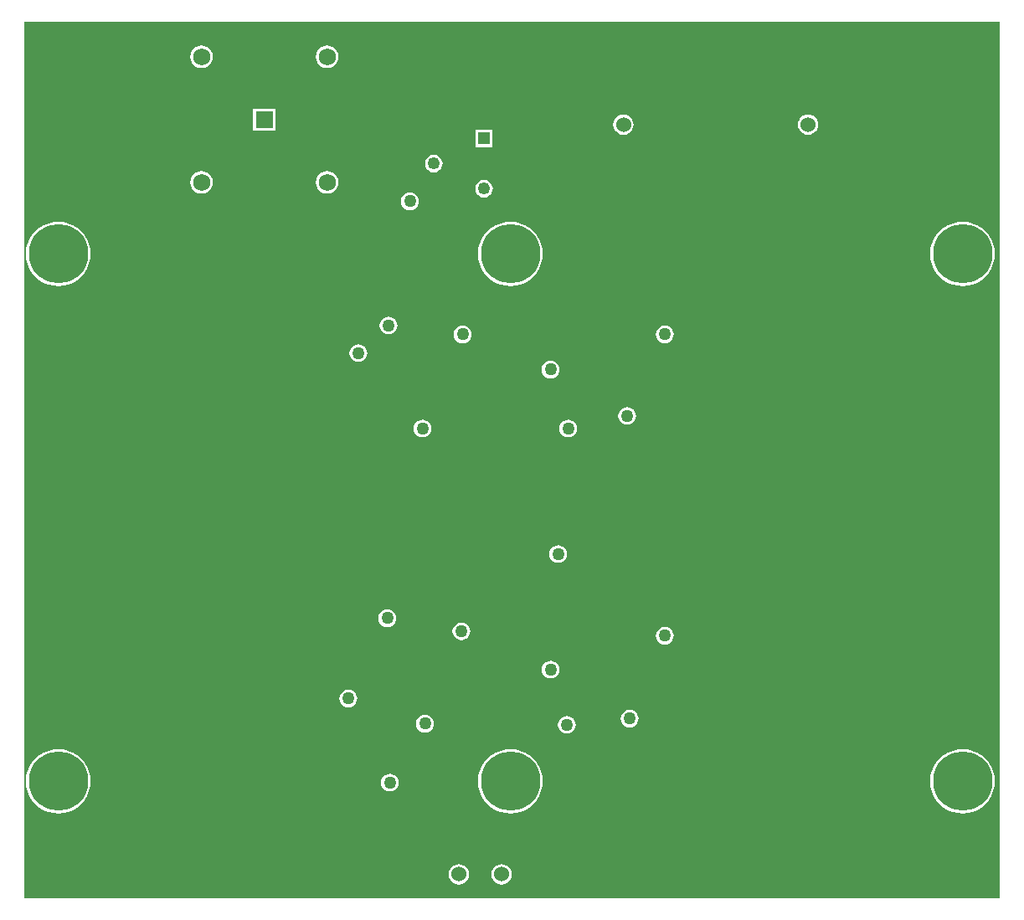
<source format=gbl>
G04*
G04 #@! TF.GenerationSoftware,Altium Limited,Altium Designer,21.4.1 (30)*
G04*
G04 Layer_Physical_Order=4*
G04 Layer_Color=16711680*
%FSLAX25Y25*%
%MOIN*%
G70*
G04*
G04 #@! TF.SameCoordinates,FB31E628-B40C-45E7-AE42-562EE5F46966*
G04*
G04*
G04 #@! TF.FilePolarity,Positive*
G04*
G01*
G75*
%ADD22C,0.06890*%
%ADD23R,0.06890X0.06890*%
%ADD25C,0.04921*%
%ADD26R,0.04921X0.04921*%
%ADD38C,0.06000*%
%ADD39C,0.01500*%
%ADD40C,0.05000*%
%ADD41C,0.03000*%
%ADD42C,0.23622*%
G36*
X622471Y120029D02*
X234029Y120029D01*
X234029Y468971D01*
X622471Y468971D01*
X622471Y120029D01*
D02*
G37*
%LPC*%
G36*
X354500Y459483D02*
X353340Y459331D01*
X352258Y458883D01*
X351330Y458170D01*
X350617Y457242D01*
X350169Y456160D01*
X350017Y455000D01*
X350169Y453840D01*
X350617Y452758D01*
X351330Y451830D01*
X352258Y451117D01*
X353340Y450669D01*
X354500Y450517D01*
X355660Y450669D01*
X356742Y451117D01*
X357670Y451830D01*
X358383Y452758D01*
X358830Y453840D01*
X358983Y455000D01*
X358830Y456160D01*
X358383Y457242D01*
X357670Y458170D01*
X356742Y458883D01*
X355660Y459331D01*
X354500Y459483D01*
D02*
G37*
G36*
X304500D02*
X303340Y459331D01*
X302258Y458883D01*
X301330Y458170D01*
X300617Y457242D01*
X300169Y456160D01*
X300017Y455000D01*
X300169Y453840D01*
X300617Y452758D01*
X301330Y451830D01*
X302258Y451117D01*
X303340Y450669D01*
X304500Y450517D01*
X305660Y450669D01*
X306742Y451117D01*
X307670Y451830D01*
X308383Y452758D01*
X308830Y453840D01*
X308983Y455000D01*
X308830Y456160D01*
X308383Y457242D01*
X307670Y458170D01*
X306742Y458883D01*
X305660Y459331D01*
X304500Y459483D01*
D02*
G37*
G36*
X333945Y434445D02*
X325055D01*
Y425555D01*
X333945D01*
Y434445D01*
D02*
G37*
G36*
X546000Y432034D02*
X544956Y431897D01*
X543983Y431494D01*
X543147Y430853D01*
X542506Y430017D01*
X542103Y429044D01*
X541965Y428000D01*
X542103Y426956D01*
X542506Y425983D01*
X543147Y425147D01*
X543983Y424506D01*
X544956Y424103D01*
X546000Y423966D01*
X547044Y424103D01*
X548017Y424506D01*
X548853Y425147D01*
X549494Y425983D01*
X549897Y426956D01*
X550035Y428000D01*
X549897Y429044D01*
X549494Y430017D01*
X548853Y430853D01*
X548017Y431494D01*
X547044Y431897D01*
X546000Y432034D01*
D02*
G37*
G36*
X472500D02*
X471456Y431897D01*
X470483Y431494D01*
X469647Y430853D01*
X469006Y430017D01*
X468603Y429044D01*
X468466Y428000D01*
X468603Y426956D01*
X469006Y425983D01*
X469647Y425147D01*
X470483Y424506D01*
X471456Y424103D01*
X472500Y423966D01*
X473544Y424103D01*
X474517Y424506D01*
X475353Y425147D01*
X475994Y425983D01*
X476397Y426956D01*
X476535Y428000D01*
X476397Y429044D01*
X475994Y430017D01*
X475353Y430853D01*
X474517Y431494D01*
X473544Y431897D01*
X472500Y432034D01*
D02*
G37*
G36*
X420461Y425961D02*
X413539D01*
Y419039D01*
X420461D01*
Y425961D01*
D02*
G37*
G36*
X397000Y415990D02*
X396097Y415872D01*
X395255Y415523D01*
X394532Y414968D01*
X393977Y414245D01*
X393629Y413403D01*
X393510Y412500D01*
X393629Y411597D01*
X393977Y410755D01*
X394532Y410032D01*
X395255Y409477D01*
X396097Y409129D01*
X397000Y409010D01*
X397903Y409129D01*
X398745Y409477D01*
X399468Y410032D01*
X400023Y410755D01*
X400372Y411597D01*
X400491Y412500D01*
X400372Y413403D01*
X400023Y414245D01*
X399468Y414968D01*
X398745Y415523D01*
X397903Y415872D01*
X397000Y415990D01*
D02*
G37*
G36*
X354500Y409483D02*
X353340Y409331D01*
X352258Y408883D01*
X351330Y408170D01*
X350617Y407242D01*
X350169Y406160D01*
X350017Y405000D01*
X350169Y403840D01*
X350617Y402758D01*
X351330Y401830D01*
X352258Y401117D01*
X353340Y400669D01*
X354500Y400517D01*
X355660Y400669D01*
X356742Y401117D01*
X357670Y401830D01*
X358383Y402758D01*
X358830Y403840D01*
X358983Y405000D01*
X358830Y406160D01*
X358383Y407242D01*
X357670Y408170D01*
X356742Y408883D01*
X355660Y409331D01*
X354500Y409483D01*
D02*
G37*
G36*
X304500D02*
X303340Y409331D01*
X302258Y408883D01*
X301330Y408170D01*
X300617Y407242D01*
X300169Y406160D01*
X300017Y405000D01*
X300169Y403840D01*
X300617Y402758D01*
X301330Y401830D01*
X302258Y401117D01*
X303340Y400669D01*
X304500Y400517D01*
X305660Y400669D01*
X306742Y401117D01*
X307670Y401830D01*
X308383Y402758D01*
X308830Y403840D01*
X308983Y405000D01*
X308830Y406160D01*
X308383Y407242D01*
X307670Y408170D01*
X306742Y408883D01*
X305660Y409331D01*
X304500Y409483D01*
D02*
G37*
G36*
X417000Y405991D02*
X416097Y405871D01*
X415255Y405523D01*
X414532Y404968D01*
X413977Y404245D01*
X413628Y403403D01*
X413510Y402500D01*
X413628Y401597D01*
X413977Y400755D01*
X414532Y400032D01*
X415255Y399477D01*
X416097Y399129D01*
X417000Y399009D01*
X417903Y399129D01*
X418745Y399477D01*
X419468Y400032D01*
X420023Y400755D01*
X420372Y401597D01*
X420491Y402500D01*
X420372Y403403D01*
X420023Y404245D01*
X419468Y404968D01*
X418745Y405523D01*
X417903Y405871D01*
X417000Y405991D01*
D02*
G37*
G36*
X387500Y401030D02*
X386586Y400910D01*
X385735Y400557D01*
X385004Y399996D01*
X384443Y399265D01*
X384090Y398414D01*
X383970Y397500D01*
X384090Y396586D01*
X384443Y395735D01*
X385004Y395004D01*
X385735Y394443D01*
X386586Y394090D01*
X387500Y393970D01*
X388414Y394090D01*
X389265Y394443D01*
X389996Y395004D01*
X390557Y395735D01*
X390910Y396586D01*
X391030Y397500D01*
X390910Y398414D01*
X390557Y399265D01*
X389996Y399996D01*
X389265Y400557D01*
X388414Y400910D01*
X387500Y401030D01*
D02*
G37*
G36*
X607500Y389351D02*
X605490Y389192D01*
X603529Y388722D01*
X601666Y387950D01*
X599947Y386896D01*
X598413Y385587D01*
X597104Y384053D01*
X596050Y382334D01*
X595278Y380471D01*
X594808Y378510D01*
X594649Y376500D01*
X594808Y374490D01*
X595278Y372529D01*
X596050Y370666D01*
X597104Y368947D01*
X598413Y367413D01*
X599947Y366104D01*
X601666Y365050D01*
X603529Y364278D01*
X605490Y363808D01*
X607500Y363649D01*
X609510Y363808D01*
X611471Y364278D01*
X613334Y365050D01*
X615053Y366104D01*
X616587Y367413D01*
X617896Y368947D01*
X618950Y370666D01*
X619722Y372529D01*
X620192Y374490D01*
X620351Y376500D01*
X620192Y378510D01*
X619722Y380471D01*
X618950Y382334D01*
X617896Y384053D01*
X616587Y385587D01*
X615053Y386896D01*
X613334Y387950D01*
X611471Y388722D01*
X609510Y389192D01*
X607500Y389351D01*
D02*
G37*
G36*
X427500D02*
X425490Y389192D01*
X423529Y388722D01*
X421666Y387950D01*
X419947Y386896D01*
X418413Y385587D01*
X417104Y384053D01*
X416050Y382334D01*
X415278Y380471D01*
X414808Y378510D01*
X414649Y376500D01*
X414808Y374490D01*
X415278Y372529D01*
X416050Y370666D01*
X417104Y368947D01*
X418413Y367413D01*
X419947Y366104D01*
X421666Y365050D01*
X423529Y364278D01*
X425490Y363808D01*
X427500Y363649D01*
X429510Y363808D01*
X431471Y364278D01*
X433334Y365050D01*
X435053Y366104D01*
X436587Y367413D01*
X437896Y368947D01*
X438950Y370666D01*
X439722Y372529D01*
X440192Y374490D01*
X440351Y376500D01*
X440192Y378510D01*
X439722Y380471D01*
X438950Y382334D01*
X437896Y384053D01*
X436587Y385587D01*
X435053Y386896D01*
X433334Y387950D01*
X431471Y388722D01*
X429510Y389192D01*
X427500Y389351D01*
D02*
G37*
G36*
X247500D02*
X245490Y389192D01*
X243529Y388722D01*
X241666Y387950D01*
X239947Y386896D01*
X238413Y385587D01*
X237104Y384053D01*
X236050Y382334D01*
X235278Y380471D01*
X234808Y378510D01*
X234649Y376500D01*
X234808Y374490D01*
X235278Y372529D01*
X236050Y370666D01*
X237104Y368947D01*
X238413Y367413D01*
X239947Y366104D01*
X241666Y365050D01*
X243529Y364278D01*
X245490Y363808D01*
X247500Y363649D01*
X249510Y363808D01*
X251471Y364278D01*
X253334Y365050D01*
X255053Y366104D01*
X256587Y367413D01*
X257896Y368947D01*
X258950Y370666D01*
X259722Y372529D01*
X260192Y374490D01*
X260351Y376500D01*
X260192Y378510D01*
X259722Y380471D01*
X258950Y382334D01*
X257896Y384053D01*
X256587Y385587D01*
X255053Y386896D01*
X253334Y387950D01*
X251471Y388722D01*
X249510Y389192D01*
X247500Y389351D01*
D02*
G37*
G36*
X379000Y351530D02*
X378086Y351410D01*
X377235Y351057D01*
X376504Y350496D01*
X375943Y349765D01*
X375590Y348914D01*
X375470Y348000D01*
X375590Y347086D01*
X375943Y346235D01*
X376504Y345504D01*
X377235Y344943D01*
X378086Y344590D01*
X379000Y344470D01*
X379914Y344590D01*
X380765Y344943D01*
X381496Y345504D01*
X382057Y346235D01*
X382410Y347086D01*
X382530Y348000D01*
X382410Y348914D01*
X382057Y349765D01*
X381496Y350496D01*
X380765Y351057D01*
X379914Y351410D01*
X379000Y351530D01*
D02*
G37*
G36*
X489000Y348030D02*
X488086Y347910D01*
X487235Y347557D01*
X486504Y346996D01*
X485943Y346265D01*
X485590Y345414D01*
X485470Y344500D01*
X485590Y343586D01*
X485943Y342735D01*
X486504Y342004D01*
X487235Y341443D01*
X488086Y341090D01*
X489000Y340970D01*
X489914Y341090D01*
X490765Y341443D01*
X491496Y342004D01*
X492057Y342735D01*
X492410Y343586D01*
X492530Y344500D01*
X492410Y345414D01*
X492057Y346265D01*
X491496Y346996D01*
X490765Y347557D01*
X489914Y347910D01*
X489000Y348030D01*
D02*
G37*
G36*
X408500D02*
X407586Y347910D01*
X406735Y347557D01*
X406004Y346996D01*
X405443Y346265D01*
X405090Y345414D01*
X404970Y344500D01*
X405090Y343586D01*
X405443Y342735D01*
X406004Y342004D01*
X406735Y341443D01*
X407586Y341090D01*
X408500Y340970D01*
X409414Y341090D01*
X410265Y341443D01*
X410996Y342004D01*
X411557Y342735D01*
X411910Y343586D01*
X412030Y344500D01*
X411910Y345414D01*
X411557Y346265D01*
X410996Y346996D01*
X410265Y347557D01*
X409414Y347910D01*
X408500Y348030D01*
D02*
G37*
G36*
X367000Y340530D02*
X366086Y340410D01*
X365235Y340057D01*
X364504Y339496D01*
X363943Y338765D01*
X363590Y337914D01*
X363470Y337000D01*
X363590Y336086D01*
X363943Y335235D01*
X364504Y334504D01*
X365235Y333943D01*
X366086Y333590D01*
X367000Y333470D01*
X367914Y333590D01*
X368765Y333943D01*
X369496Y334504D01*
X370057Y335235D01*
X370410Y336086D01*
X370530Y337000D01*
X370410Y337914D01*
X370057Y338765D01*
X369496Y339496D01*
X368765Y340057D01*
X367914Y340410D01*
X367000Y340530D01*
D02*
G37*
G36*
X443500Y334030D02*
X442586Y333910D01*
X441735Y333557D01*
X441004Y332996D01*
X440443Y332265D01*
X440090Y331414D01*
X439970Y330500D01*
X440090Y329586D01*
X440443Y328735D01*
X441004Y328004D01*
X441735Y327443D01*
X442586Y327090D01*
X443500Y326970D01*
X444414Y327090D01*
X445265Y327443D01*
X445996Y328004D01*
X446557Y328735D01*
X446910Y329586D01*
X447030Y330500D01*
X446910Y331414D01*
X446557Y332265D01*
X445996Y332996D01*
X445265Y333557D01*
X444414Y333910D01*
X443500Y334030D01*
D02*
G37*
G36*
X474000Y315530D02*
X473086Y315410D01*
X472235Y315057D01*
X471504Y314496D01*
X470943Y313765D01*
X470590Y312914D01*
X470470Y312000D01*
X470590Y311086D01*
X470943Y310235D01*
X471504Y309504D01*
X472235Y308943D01*
X473086Y308590D01*
X474000Y308470D01*
X474914Y308590D01*
X475765Y308943D01*
X476496Y309504D01*
X477057Y310235D01*
X477410Y311086D01*
X477530Y312000D01*
X477410Y312914D01*
X477057Y313765D01*
X476496Y314496D01*
X475765Y315057D01*
X474914Y315410D01*
X474000Y315530D01*
D02*
G37*
G36*
X450500Y310530D02*
X449586Y310410D01*
X448735Y310057D01*
X448004Y309496D01*
X447443Y308765D01*
X447090Y307914D01*
X446970Y307000D01*
X447090Y306086D01*
X447443Y305235D01*
X448004Y304504D01*
X448735Y303943D01*
X449586Y303590D01*
X450500Y303470D01*
X451414Y303590D01*
X452265Y303943D01*
X452996Y304504D01*
X453557Y305235D01*
X453910Y306086D01*
X454030Y307000D01*
X453910Y307914D01*
X453557Y308765D01*
X452996Y309496D01*
X452265Y310057D01*
X451414Y310410D01*
X450500Y310530D01*
D02*
G37*
G36*
X392500D02*
X391586Y310410D01*
X390735Y310057D01*
X390004Y309496D01*
X389443Y308765D01*
X389090Y307914D01*
X388970Y307000D01*
X389090Y306086D01*
X389443Y305235D01*
X390004Y304504D01*
X390735Y303943D01*
X391586Y303590D01*
X392500Y303470D01*
X393414Y303590D01*
X394265Y303943D01*
X394996Y304504D01*
X395557Y305235D01*
X395910Y306086D01*
X396030Y307000D01*
X395910Y307914D01*
X395557Y308765D01*
X394996Y309496D01*
X394265Y310057D01*
X393414Y310410D01*
X392500Y310530D01*
D02*
G37*
G36*
X446500Y260530D02*
X445586Y260410D01*
X444735Y260057D01*
X444004Y259496D01*
X443443Y258765D01*
X443090Y257914D01*
X442970Y257000D01*
X443090Y256086D01*
X443443Y255235D01*
X444004Y254504D01*
X444735Y253943D01*
X445586Y253590D01*
X446500Y253470D01*
X447414Y253590D01*
X448265Y253943D01*
X448996Y254504D01*
X449557Y255235D01*
X449910Y256086D01*
X450030Y257000D01*
X449910Y257914D01*
X449557Y258765D01*
X448996Y259496D01*
X448265Y260057D01*
X447414Y260410D01*
X446500Y260530D01*
D02*
G37*
G36*
X378500Y235030D02*
X377586Y234910D01*
X376735Y234557D01*
X376004Y233996D01*
X375443Y233265D01*
X375090Y232414D01*
X374970Y231500D01*
X375090Y230586D01*
X375443Y229735D01*
X376004Y229004D01*
X376735Y228443D01*
X377586Y228090D01*
X378500Y227970D01*
X379414Y228090D01*
X380265Y228443D01*
X380996Y229004D01*
X381557Y229735D01*
X381910Y230586D01*
X382030Y231500D01*
X381910Y232414D01*
X381557Y233265D01*
X380996Y233996D01*
X380265Y234557D01*
X379414Y234910D01*
X378500Y235030D01*
D02*
G37*
G36*
X408000Y229786D02*
X407086Y229666D01*
X406235Y229313D01*
X405504Y228752D01*
X404943Y228021D01*
X404590Y227170D01*
X404470Y226256D01*
X404590Y225342D01*
X404943Y224491D01*
X405504Y223760D01*
X406235Y223199D01*
X407086Y222846D01*
X408000Y222726D01*
X408914Y222846D01*
X409765Y223199D01*
X410496Y223760D01*
X411057Y224491D01*
X411410Y225342D01*
X411530Y226256D01*
X411410Y227170D01*
X411057Y228021D01*
X410496Y228752D01*
X409765Y229313D01*
X408914Y229666D01*
X408000Y229786D01*
D02*
G37*
G36*
X489000Y228030D02*
X488086Y227910D01*
X487235Y227557D01*
X486504Y226996D01*
X485943Y226265D01*
X485590Y225414D01*
X485470Y224500D01*
X485590Y223586D01*
X485943Y222735D01*
X486504Y222004D01*
X487235Y221443D01*
X488086Y221090D01*
X489000Y220970D01*
X489914Y221090D01*
X490765Y221443D01*
X491496Y222004D01*
X492057Y222735D01*
X492410Y223586D01*
X492530Y224500D01*
X492410Y225414D01*
X492057Y226265D01*
X491496Y226996D01*
X490765Y227557D01*
X489914Y227910D01*
X489000Y228030D01*
D02*
G37*
G36*
X443500Y214530D02*
X442586Y214410D01*
X441735Y214057D01*
X441004Y213496D01*
X440443Y212765D01*
X440090Y211914D01*
X439970Y211000D01*
X440090Y210086D01*
X440443Y209235D01*
X441004Y208504D01*
X441735Y207943D01*
X442586Y207590D01*
X443500Y207470D01*
X444414Y207590D01*
X445265Y207943D01*
X445996Y208504D01*
X446557Y209235D01*
X446910Y210086D01*
X447030Y211000D01*
X446910Y211914D01*
X446557Y212765D01*
X445996Y213496D01*
X445265Y214057D01*
X444414Y214410D01*
X443500Y214530D01*
D02*
G37*
G36*
X363000Y203030D02*
X362086Y202910D01*
X361235Y202557D01*
X360504Y201996D01*
X359943Y201265D01*
X359590Y200414D01*
X359470Y199500D01*
X359590Y198586D01*
X359943Y197735D01*
X360504Y197004D01*
X361235Y196443D01*
X362086Y196090D01*
X363000Y195970D01*
X363914Y196090D01*
X364765Y196443D01*
X365496Y197004D01*
X366057Y197735D01*
X366410Y198586D01*
X366530Y199500D01*
X366410Y200414D01*
X366057Y201265D01*
X365496Y201996D01*
X364765Y202557D01*
X363914Y202910D01*
X363000Y203030D01*
D02*
G37*
G36*
X475000Y195030D02*
X474086Y194910D01*
X473235Y194557D01*
X472504Y193996D01*
X471943Y193265D01*
X471590Y192414D01*
X471470Y191500D01*
X471590Y190586D01*
X471943Y189735D01*
X472504Y189004D01*
X473235Y188443D01*
X474086Y188090D01*
X475000Y187970D01*
X475914Y188090D01*
X476765Y188443D01*
X477496Y189004D01*
X478057Y189735D01*
X478410Y190586D01*
X478530Y191500D01*
X478410Y192414D01*
X478057Y193265D01*
X477496Y193996D01*
X476765Y194557D01*
X475914Y194910D01*
X475000Y195030D01*
D02*
G37*
G36*
X393500Y193030D02*
X392586Y192910D01*
X391735Y192557D01*
X391004Y191996D01*
X390443Y191265D01*
X390090Y190414D01*
X389970Y189500D01*
X390090Y188586D01*
X390443Y187735D01*
X391004Y187004D01*
X391735Y186443D01*
X392586Y186090D01*
X393500Y185970D01*
X394414Y186090D01*
X395265Y186443D01*
X395996Y187004D01*
X396557Y187735D01*
X396910Y188586D01*
X397030Y189500D01*
X396910Y190414D01*
X396557Y191265D01*
X395996Y191996D01*
X395265Y192557D01*
X394414Y192910D01*
X393500Y193030D01*
D02*
G37*
G36*
X450000Y192530D02*
X449086Y192410D01*
X448235Y192057D01*
X447504Y191496D01*
X446943Y190765D01*
X446590Y189914D01*
X446470Y189000D01*
X446590Y188086D01*
X446943Y187235D01*
X447504Y186504D01*
X448235Y185943D01*
X449086Y185590D01*
X450000Y185470D01*
X450914Y185590D01*
X451765Y185943D01*
X452496Y186504D01*
X453057Y187235D01*
X453410Y188086D01*
X453530Y189000D01*
X453410Y189914D01*
X453057Y190765D01*
X452496Y191496D01*
X451765Y192057D01*
X450914Y192410D01*
X450000Y192530D01*
D02*
G37*
G36*
X379500Y169530D02*
X378586Y169410D01*
X377735Y169057D01*
X377004Y168496D01*
X376443Y167765D01*
X376090Y166914D01*
X375970Y166000D01*
X376090Y165086D01*
X376443Y164235D01*
X377004Y163504D01*
X377735Y162943D01*
X378586Y162590D01*
X379500Y162470D01*
X380414Y162590D01*
X381265Y162943D01*
X381996Y163504D01*
X382557Y164235D01*
X382910Y165086D01*
X383030Y166000D01*
X382910Y166914D01*
X382557Y167765D01*
X381996Y168496D01*
X381265Y169057D01*
X380414Y169410D01*
X379500Y169530D01*
D02*
G37*
G36*
X607500Y179351D02*
X605490Y179192D01*
X603529Y178722D01*
X601666Y177950D01*
X599947Y176896D01*
X598413Y175587D01*
X597104Y174053D01*
X596050Y172334D01*
X595278Y170471D01*
X594808Y168510D01*
X594649Y166500D01*
X594808Y164490D01*
X595278Y162529D01*
X596050Y160666D01*
X597104Y158947D01*
X598413Y157413D01*
X599947Y156104D01*
X601666Y155050D01*
X603529Y154278D01*
X605490Y153808D01*
X607500Y153649D01*
X609510Y153808D01*
X611471Y154278D01*
X613334Y155050D01*
X615053Y156104D01*
X616587Y157413D01*
X617896Y158947D01*
X618950Y160666D01*
X619722Y162529D01*
X620192Y164490D01*
X620351Y166500D01*
X620192Y168510D01*
X619722Y170471D01*
X618950Y172334D01*
X617896Y174053D01*
X616587Y175587D01*
X615053Y176896D01*
X613334Y177950D01*
X611471Y178722D01*
X609510Y179192D01*
X607500Y179351D01*
D02*
G37*
G36*
X427500D02*
X425490Y179192D01*
X423529Y178722D01*
X421666Y177950D01*
X419947Y176896D01*
X418413Y175587D01*
X417104Y174053D01*
X416050Y172334D01*
X415278Y170471D01*
X414808Y168510D01*
X414649Y166500D01*
X414808Y164490D01*
X415278Y162529D01*
X416050Y160666D01*
X417104Y158947D01*
X418413Y157413D01*
X419947Y156104D01*
X421666Y155050D01*
X423529Y154278D01*
X425490Y153808D01*
X427500Y153649D01*
X429510Y153808D01*
X431471Y154278D01*
X433334Y155050D01*
X435053Y156104D01*
X436587Y157413D01*
X437896Y158947D01*
X438950Y160666D01*
X439722Y162529D01*
X440192Y164490D01*
X440351Y166500D01*
X440192Y168510D01*
X439722Y170471D01*
X438950Y172334D01*
X437896Y174053D01*
X436587Y175587D01*
X435053Y176896D01*
X433334Y177950D01*
X431471Y178722D01*
X429510Y179192D01*
X427500Y179351D01*
D02*
G37*
G36*
X247500D02*
X245490Y179192D01*
X243529Y178722D01*
X241666Y177950D01*
X239947Y176896D01*
X238413Y175587D01*
X237104Y174053D01*
X236050Y172334D01*
X235278Y170471D01*
X234808Y168510D01*
X234649Y166500D01*
X234808Y164490D01*
X235278Y162529D01*
X236050Y160666D01*
X237104Y158947D01*
X238413Y157413D01*
X239947Y156104D01*
X241666Y155050D01*
X243529Y154278D01*
X245490Y153808D01*
X247500Y153649D01*
X249510Y153808D01*
X251471Y154278D01*
X253334Y155050D01*
X255053Y156104D01*
X256587Y157413D01*
X257896Y158947D01*
X258950Y160666D01*
X259722Y162529D01*
X260192Y164490D01*
X260351Y166500D01*
X260192Y168510D01*
X259722Y170471D01*
X258950Y172334D01*
X257896Y174053D01*
X256587Y175587D01*
X255053Y176896D01*
X253334Y177950D01*
X251471Y178722D01*
X249510Y179192D01*
X247500Y179351D01*
D02*
G37*
G36*
X424000Y133535D02*
X422956Y133397D01*
X421983Y132994D01*
X421147Y132353D01*
X420506Y131517D01*
X420103Y130544D01*
X419966Y129500D01*
X420103Y128456D01*
X420506Y127483D01*
X421147Y126647D01*
X421983Y126006D01*
X422956Y125603D01*
X424000Y125466D01*
X425044Y125603D01*
X426017Y126006D01*
X426853Y126647D01*
X427494Y127483D01*
X427897Y128456D01*
X428034Y129500D01*
X427897Y130544D01*
X427494Y131517D01*
X426853Y132353D01*
X426017Y132994D01*
X425044Y133397D01*
X424000Y133535D01*
D02*
G37*
G36*
X407000D02*
X405956Y133397D01*
X404983Y132994D01*
X404147Y132353D01*
X403506Y131517D01*
X403103Y130544D01*
X402965Y129500D01*
X403103Y128456D01*
X403506Y127483D01*
X404147Y126647D01*
X404983Y126006D01*
X405956Y125603D01*
X407000Y125466D01*
X408044Y125603D01*
X409017Y126006D01*
X409853Y126647D01*
X410494Y127483D01*
X410897Y128456D01*
X411034Y129500D01*
X410897Y130544D01*
X410494Y131517D01*
X409853Y132353D01*
X409017Y132994D01*
X408044Y133397D01*
X407000Y133535D01*
D02*
G37*
%LPD*%
D22*
X354500Y405000D02*
D03*
X304500D02*
D03*
X354500Y455000D02*
D03*
X304500D02*
D03*
D23*
X329500Y430000D02*
D03*
D25*
X397000Y412500D02*
D03*
X417000Y402500D02*
D03*
D26*
Y422500D02*
D03*
D38*
X424000Y129500D02*
D03*
X407000D02*
D03*
X546000Y428000D02*
D03*
X509250D02*
D03*
X472500D02*
D03*
D39*
X507000Y349500D02*
D03*
Y344214D02*
D03*
Y338929D02*
D03*
Y333643D02*
D03*
Y328357D02*
D03*
Y323071D02*
D03*
Y317786D02*
D03*
Y312500D02*
D03*
X512000D02*
D03*
Y317786D02*
D03*
Y323071D02*
D03*
Y328357D02*
D03*
Y333643D02*
D03*
Y338929D02*
D03*
Y344214D02*
D03*
Y349500D02*
D03*
X517000Y312500D02*
D03*
Y317786D02*
D03*
Y323071D02*
D03*
Y328357D02*
D03*
Y333643D02*
D03*
Y338929D02*
D03*
Y344214D02*
D03*
Y349500D02*
D03*
X522000Y312500D02*
D03*
Y317786D02*
D03*
Y323071D02*
D03*
Y328357D02*
D03*
Y333643D02*
D03*
Y338929D02*
D03*
Y344214D02*
D03*
Y349500D02*
D03*
X527500Y312500D02*
D03*
Y317786D02*
D03*
Y323071D02*
D03*
Y328357D02*
D03*
Y333643D02*
D03*
Y338929D02*
D03*
Y344214D02*
D03*
Y349500D02*
D03*
X508000Y229500D02*
D03*
Y224214D02*
D03*
Y218929D02*
D03*
Y213643D02*
D03*
Y208357D02*
D03*
Y203071D02*
D03*
Y197786D02*
D03*
Y192500D02*
D03*
X513000D02*
D03*
Y197786D02*
D03*
Y203071D02*
D03*
Y208357D02*
D03*
Y213643D02*
D03*
Y218929D02*
D03*
Y224214D02*
D03*
Y229500D02*
D03*
X518000Y192500D02*
D03*
Y197786D02*
D03*
Y203071D02*
D03*
Y208357D02*
D03*
Y213643D02*
D03*
Y218929D02*
D03*
Y224214D02*
D03*
Y229500D02*
D03*
X523000Y192500D02*
D03*
Y197786D02*
D03*
Y203071D02*
D03*
Y208357D02*
D03*
Y213643D02*
D03*
Y218929D02*
D03*
Y224214D02*
D03*
Y229500D02*
D03*
X528500Y192500D02*
D03*
Y197786D02*
D03*
Y203071D02*
D03*
Y208357D02*
D03*
Y213643D02*
D03*
Y218929D02*
D03*
Y224214D02*
D03*
Y229500D02*
D03*
X325000Y231000D02*
D03*
Y225714D02*
D03*
Y220428D02*
D03*
Y215143D02*
D03*
Y209857D02*
D03*
Y204571D02*
D03*
Y199286D02*
D03*
Y194000D02*
D03*
X330000D02*
D03*
Y199286D02*
D03*
Y204571D02*
D03*
Y209857D02*
D03*
Y215143D02*
D03*
Y220428D02*
D03*
Y225714D02*
D03*
Y231000D02*
D03*
X335000Y194000D02*
D03*
Y199286D02*
D03*
Y204571D02*
D03*
Y209857D02*
D03*
Y215143D02*
D03*
Y220428D02*
D03*
Y225714D02*
D03*
Y231000D02*
D03*
X340000Y194000D02*
D03*
Y199286D02*
D03*
Y204571D02*
D03*
Y209857D02*
D03*
Y215143D02*
D03*
Y220428D02*
D03*
Y225714D02*
D03*
Y231000D02*
D03*
X345500Y194000D02*
D03*
Y199286D02*
D03*
Y204571D02*
D03*
Y209857D02*
D03*
Y215143D02*
D03*
Y220428D02*
D03*
Y225714D02*
D03*
Y231000D02*
D03*
X345000Y348500D02*
D03*
Y343214D02*
D03*
Y337929D02*
D03*
Y332643D02*
D03*
Y327357D02*
D03*
Y322071D02*
D03*
Y316786D02*
D03*
Y311500D02*
D03*
X339500Y348500D02*
D03*
Y343214D02*
D03*
Y337929D02*
D03*
Y332643D02*
D03*
Y327357D02*
D03*
Y322071D02*
D03*
Y316786D02*
D03*
Y311500D02*
D03*
X334500Y348500D02*
D03*
Y343214D02*
D03*
Y337929D02*
D03*
Y332643D02*
D03*
Y327357D02*
D03*
Y322071D02*
D03*
Y316786D02*
D03*
Y311500D02*
D03*
X329500Y348500D02*
D03*
Y343214D02*
D03*
Y337929D02*
D03*
Y332643D02*
D03*
Y327357D02*
D03*
Y322071D02*
D03*
Y316786D02*
D03*
Y311500D02*
D03*
X324500D02*
D03*
Y316786D02*
D03*
Y322071D02*
D03*
Y327357D02*
D03*
Y332643D02*
D03*
Y337929D02*
D03*
Y343214D02*
D03*
Y348500D02*
D03*
D40*
X393500Y189500D02*
D03*
X450000Y189000D02*
D03*
X450500Y307000D02*
D03*
X392500D02*
D03*
X379500Y166000D02*
D03*
X378500Y231500D02*
D03*
X475000Y191500D02*
D03*
X474000Y312000D02*
D03*
X379000Y348000D02*
D03*
X387500Y397500D02*
D03*
X408000Y226256D02*
D03*
X443500Y211000D02*
D03*
X446500Y257000D02*
D03*
X443500Y330500D02*
D03*
X408500Y344500D02*
D03*
X367000Y337000D02*
D03*
X489000Y224500D02*
D03*
Y344500D02*
D03*
X363000Y199500D02*
D03*
D41*
X534603Y351500D02*
D03*
Y311500D02*
D03*
Y316500D02*
D03*
Y321500D02*
D03*
Y326500D02*
D03*
Y331500D02*
D03*
Y336500D02*
D03*
Y341500D02*
D03*
Y346500D02*
D03*
X539103D02*
D03*
Y341500D02*
D03*
Y336500D02*
D03*
Y331500D02*
D03*
Y326500D02*
D03*
Y321500D02*
D03*
Y316500D02*
D03*
Y311500D02*
D03*
Y351500D02*
D03*
X543603Y346500D02*
D03*
Y341500D02*
D03*
Y336500D02*
D03*
Y331500D02*
D03*
Y326500D02*
D03*
Y321500D02*
D03*
Y316500D02*
D03*
Y311500D02*
D03*
Y351500D02*
D03*
X527500Y364603D02*
D03*
X522500D02*
D03*
X517500D02*
D03*
X512500D02*
D03*
X507500D02*
D03*
X502500D02*
D03*
X497500D02*
D03*
X492500D02*
D03*
X527500Y360103D02*
D03*
X522500D02*
D03*
X517500D02*
D03*
X512500D02*
D03*
X507500D02*
D03*
X502500D02*
D03*
X497500D02*
D03*
X492500D02*
D03*
Y355603D02*
D03*
X497500D02*
D03*
X502500D02*
D03*
X507500D02*
D03*
X512500D02*
D03*
X517500D02*
D03*
X522500D02*
D03*
X527500D02*
D03*
X528000Y306603D02*
D03*
X523000D02*
D03*
X518000D02*
D03*
X513000D02*
D03*
X508000D02*
D03*
X503000D02*
D03*
X498000D02*
D03*
X528000Y302103D02*
D03*
X523000D02*
D03*
X518000D02*
D03*
X513000D02*
D03*
X508000D02*
D03*
X503000D02*
D03*
X498000D02*
D03*
Y297603D02*
D03*
X503000D02*
D03*
X508000D02*
D03*
X513000D02*
D03*
X518000D02*
D03*
X523000D02*
D03*
X528000D02*
D03*
X535103Y231500D02*
D03*
Y191500D02*
D03*
Y196500D02*
D03*
Y201500D02*
D03*
Y206500D02*
D03*
Y211500D02*
D03*
Y216500D02*
D03*
Y221500D02*
D03*
Y226500D02*
D03*
X539603D02*
D03*
Y221500D02*
D03*
Y216500D02*
D03*
Y211500D02*
D03*
Y206500D02*
D03*
Y201500D02*
D03*
Y196500D02*
D03*
Y191500D02*
D03*
Y231500D02*
D03*
X544103Y226500D02*
D03*
Y221500D02*
D03*
Y216500D02*
D03*
Y211500D02*
D03*
Y206500D02*
D03*
Y201500D02*
D03*
Y196500D02*
D03*
Y191500D02*
D03*
Y231500D02*
D03*
X528000Y244603D02*
D03*
X523000D02*
D03*
X518000D02*
D03*
X513000D02*
D03*
X508000D02*
D03*
X503000D02*
D03*
X498000D02*
D03*
X493000D02*
D03*
X528000Y240103D02*
D03*
X523000D02*
D03*
X518000D02*
D03*
X513000D02*
D03*
X508000D02*
D03*
X503000D02*
D03*
X498000D02*
D03*
X493000D02*
D03*
Y235603D02*
D03*
X498000D02*
D03*
X503000D02*
D03*
X508000D02*
D03*
X513000D02*
D03*
X518000D02*
D03*
X523000D02*
D03*
X528000D02*
D03*
X528500Y186603D02*
D03*
X523500D02*
D03*
X518500D02*
D03*
X513500D02*
D03*
X508500D02*
D03*
X503500D02*
D03*
X498500D02*
D03*
X528500Y182103D02*
D03*
X523500D02*
D03*
X518500D02*
D03*
X513500D02*
D03*
X508500D02*
D03*
X503500D02*
D03*
X498500D02*
D03*
Y177603D02*
D03*
X503500D02*
D03*
X508500D02*
D03*
X513500D02*
D03*
X518500D02*
D03*
X523500D02*
D03*
X528500D02*
D03*
X317397Y192500D02*
D03*
Y232500D02*
D03*
Y227500D02*
D03*
Y222500D02*
D03*
Y217500D02*
D03*
Y212500D02*
D03*
Y207500D02*
D03*
Y202500D02*
D03*
Y197500D02*
D03*
X312897D02*
D03*
Y202500D02*
D03*
Y207500D02*
D03*
Y212500D02*
D03*
Y217500D02*
D03*
Y222500D02*
D03*
Y227500D02*
D03*
Y232500D02*
D03*
Y192500D02*
D03*
X308397Y197500D02*
D03*
Y202500D02*
D03*
Y207500D02*
D03*
Y212500D02*
D03*
Y217500D02*
D03*
Y222500D02*
D03*
Y227500D02*
D03*
Y232500D02*
D03*
Y192500D02*
D03*
X324500Y179397D02*
D03*
X329500D02*
D03*
X334500D02*
D03*
X339500D02*
D03*
X344500D02*
D03*
X349500D02*
D03*
X354500D02*
D03*
X359500D02*
D03*
X324500Y183897D02*
D03*
X329500D02*
D03*
X334500D02*
D03*
X339500D02*
D03*
X344500D02*
D03*
X349500D02*
D03*
X354500D02*
D03*
X359500D02*
D03*
Y188397D02*
D03*
X354500D02*
D03*
X349500D02*
D03*
X344500D02*
D03*
X339500D02*
D03*
X334500D02*
D03*
X329500D02*
D03*
X324500D02*
D03*
X324000Y237397D02*
D03*
X329000D02*
D03*
X334000D02*
D03*
X339000D02*
D03*
X344000D02*
D03*
X349000D02*
D03*
X354000D02*
D03*
X324000Y241897D02*
D03*
X329000D02*
D03*
X334000D02*
D03*
X339000D02*
D03*
X344000D02*
D03*
X349000D02*
D03*
X354000D02*
D03*
Y246397D02*
D03*
X349000D02*
D03*
X344000D02*
D03*
X339000D02*
D03*
X334000D02*
D03*
X329000D02*
D03*
X324000D02*
D03*
X579002Y294434D02*
D03*
Y334434D02*
D03*
Y329434D02*
D03*
Y324434D02*
D03*
Y319434D02*
D03*
Y314434D02*
D03*
Y309434D02*
D03*
Y304434D02*
D03*
Y299434D02*
D03*
X571502Y294434D02*
D03*
Y334434D02*
D03*
Y329434D02*
D03*
Y324434D02*
D03*
Y319434D02*
D03*
Y314434D02*
D03*
Y309434D02*
D03*
Y304434D02*
D03*
Y299434D02*
D03*
X564002Y294434D02*
D03*
Y334434D02*
D03*
Y329434D02*
D03*
Y324434D02*
D03*
Y319434D02*
D03*
Y314434D02*
D03*
Y309434D02*
D03*
Y304434D02*
D03*
Y299434D02*
D03*
X557002Y294434D02*
D03*
Y334434D02*
D03*
Y329434D02*
D03*
Y324434D02*
D03*
Y319434D02*
D03*
Y314434D02*
D03*
Y309434D02*
D03*
Y304434D02*
D03*
Y299434D02*
D03*
X557000Y254500D02*
D03*
Y259500D02*
D03*
Y264500D02*
D03*
Y269500D02*
D03*
Y274500D02*
D03*
Y279500D02*
D03*
Y284500D02*
D03*
Y289500D02*
D03*
Y249500D02*
D03*
X564000Y254500D02*
D03*
Y259500D02*
D03*
Y264500D02*
D03*
Y269500D02*
D03*
Y274500D02*
D03*
Y279500D02*
D03*
Y284500D02*
D03*
Y289500D02*
D03*
Y249500D02*
D03*
X571500Y254500D02*
D03*
Y259500D02*
D03*
Y264500D02*
D03*
Y269500D02*
D03*
Y274500D02*
D03*
Y279500D02*
D03*
Y284500D02*
D03*
Y289500D02*
D03*
Y249500D02*
D03*
X579000Y254500D02*
D03*
Y259500D02*
D03*
Y264500D02*
D03*
Y269500D02*
D03*
Y274500D02*
D03*
Y279500D02*
D03*
Y284500D02*
D03*
Y289500D02*
D03*
Y249500D02*
D03*
X557000Y210000D02*
D03*
Y215000D02*
D03*
Y220000D02*
D03*
Y225000D02*
D03*
Y230000D02*
D03*
Y235000D02*
D03*
Y240000D02*
D03*
Y245000D02*
D03*
Y205000D02*
D03*
X564000Y210000D02*
D03*
Y215000D02*
D03*
Y220000D02*
D03*
Y225000D02*
D03*
Y230000D02*
D03*
Y235000D02*
D03*
Y240000D02*
D03*
Y245000D02*
D03*
Y205000D02*
D03*
X571500Y210000D02*
D03*
Y215000D02*
D03*
Y220000D02*
D03*
Y225000D02*
D03*
Y230000D02*
D03*
Y235000D02*
D03*
Y240000D02*
D03*
Y245000D02*
D03*
Y205000D02*
D03*
X579000Y210000D02*
D03*
Y215000D02*
D03*
Y220000D02*
D03*
Y225000D02*
D03*
Y230000D02*
D03*
Y235000D02*
D03*
Y240000D02*
D03*
Y245000D02*
D03*
Y205000D02*
D03*
X557000Y165000D02*
D03*
Y170000D02*
D03*
Y175000D02*
D03*
Y180000D02*
D03*
Y185000D02*
D03*
Y190000D02*
D03*
Y195000D02*
D03*
Y200000D02*
D03*
Y160000D02*
D03*
X564000Y165000D02*
D03*
Y170000D02*
D03*
Y175000D02*
D03*
Y180000D02*
D03*
Y185000D02*
D03*
Y190000D02*
D03*
Y195000D02*
D03*
Y200000D02*
D03*
Y160000D02*
D03*
X571500Y165000D02*
D03*
Y170000D02*
D03*
Y175000D02*
D03*
Y180000D02*
D03*
Y185000D02*
D03*
Y190000D02*
D03*
Y195000D02*
D03*
Y200000D02*
D03*
Y160000D02*
D03*
X579000Y165000D02*
D03*
Y170000D02*
D03*
Y175000D02*
D03*
Y180000D02*
D03*
Y185000D02*
D03*
Y190000D02*
D03*
Y195000D02*
D03*
Y200000D02*
D03*
Y160000D02*
D03*
X557000Y344500D02*
D03*
Y349500D02*
D03*
Y354500D02*
D03*
Y359500D02*
D03*
Y364500D02*
D03*
Y369500D02*
D03*
Y374500D02*
D03*
Y379500D02*
D03*
Y339500D02*
D03*
X564000Y344500D02*
D03*
Y349500D02*
D03*
Y354500D02*
D03*
Y359500D02*
D03*
Y364500D02*
D03*
Y369500D02*
D03*
Y374500D02*
D03*
Y379500D02*
D03*
Y339500D02*
D03*
X571500Y344500D02*
D03*
Y349500D02*
D03*
Y354500D02*
D03*
Y359500D02*
D03*
Y364500D02*
D03*
Y369500D02*
D03*
Y374500D02*
D03*
Y379500D02*
D03*
Y339500D02*
D03*
X579000Y344500D02*
D03*
Y349500D02*
D03*
Y354500D02*
D03*
Y359500D02*
D03*
Y364500D02*
D03*
Y369500D02*
D03*
Y374500D02*
D03*
Y379500D02*
D03*
Y339500D02*
D03*
X298000Y340000D02*
D03*
Y380000D02*
D03*
Y375000D02*
D03*
Y370000D02*
D03*
Y365000D02*
D03*
Y360000D02*
D03*
Y355000D02*
D03*
Y350000D02*
D03*
Y345000D02*
D03*
X290500Y340000D02*
D03*
Y380000D02*
D03*
Y375000D02*
D03*
Y370000D02*
D03*
Y365000D02*
D03*
Y360000D02*
D03*
Y355000D02*
D03*
Y350000D02*
D03*
Y345000D02*
D03*
X283000Y340000D02*
D03*
Y380000D02*
D03*
Y375000D02*
D03*
Y370000D02*
D03*
Y365000D02*
D03*
Y360000D02*
D03*
Y355000D02*
D03*
Y350000D02*
D03*
Y345000D02*
D03*
X276000Y340000D02*
D03*
Y380000D02*
D03*
Y375000D02*
D03*
Y370000D02*
D03*
Y365000D02*
D03*
Y360000D02*
D03*
Y355000D02*
D03*
Y350000D02*
D03*
Y345000D02*
D03*
X298000Y160500D02*
D03*
Y200500D02*
D03*
Y195500D02*
D03*
Y190500D02*
D03*
Y185500D02*
D03*
Y180500D02*
D03*
Y175500D02*
D03*
Y170500D02*
D03*
Y165500D02*
D03*
X290500Y160500D02*
D03*
Y200500D02*
D03*
Y195500D02*
D03*
Y190500D02*
D03*
Y185500D02*
D03*
Y180500D02*
D03*
Y175500D02*
D03*
Y170500D02*
D03*
Y165500D02*
D03*
X283000Y160500D02*
D03*
Y200500D02*
D03*
Y195500D02*
D03*
Y190500D02*
D03*
Y185500D02*
D03*
Y180500D02*
D03*
Y175500D02*
D03*
Y170500D02*
D03*
Y165500D02*
D03*
X276000Y160500D02*
D03*
Y200500D02*
D03*
Y195500D02*
D03*
Y190500D02*
D03*
Y185500D02*
D03*
Y180500D02*
D03*
Y175500D02*
D03*
Y170500D02*
D03*
Y165500D02*
D03*
X298000Y205500D02*
D03*
Y245500D02*
D03*
Y240500D02*
D03*
Y235500D02*
D03*
Y230500D02*
D03*
Y225500D02*
D03*
Y220500D02*
D03*
Y215500D02*
D03*
Y210500D02*
D03*
X290500Y205500D02*
D03*
Y245500D02*
D03*
Y240500D02*
D03*
Y235500D02*
D03*
Y230500D02*
D03*
Y225500D02*
D03*
Y220500D02*
D03*
Y215500D02*
D03*
Y210500D02*
D03*
X283000Y205500D02*
D03*
Y245500D02*
D03*
Y240500D02*
D03*
Y235500D02*
D03*
Y230500D02*
D03*
Y225500D02*
D03*
Y220500D02*
D03*
Y215500D02*
D03*
Y210500D02*
D03*
X276000Y205500D02*
D03*
Y245500D02*
D03*
Y240500D02*
D03*
Y235500D02*
D03*
Y230500D02*
D03*
Y225500D02*
D03*
Y220500D02*
D03*
Y215500D02*
D03*
Y210500D02*
D03*
X298000Y250000D02*
D03*
Y290000D02*
D03*
Y285000D02*
D03*
Y280000D02*
D03*
Y275000D02*
D03*
Y270000D02*
D03*
Y265000D02*
D03*
Y260000D02*
D03*
Y255000D02*
D03*
X290500Y250000D02*
D03*
Y290000D02*
D03*
Y285000D02*
D03*
Y280000D02*
D03*
Y275000D02*
D03*
Y270000D02*
D03*
Y265000D02*
D03*
Y260000D02*
D03*
Y255000D02*
D03*
X283000Y250000D02*
D03*
Y290000D02*
D03*
Y285000D02*
D03*
Y280000D02*
D03*
Y275000D02*
D03*
Y270000D02*
D03*
Y265000D02*
D03*
Y260000D02*
D03*
Y255000D02*
D03*
X276000Y250000D02*
D03*
Y290000D02*
D03*
Y285000D02*
D03*
Y280000D02*
D03*
Y275000D02*
D03*
Y270000D02*
D03*
Y265000D02*
D03*
Y260000D02*
D03*
Y255000D02*
D03*
X276002Y299934D02*
D03*
Y304934D02*
D03*
Y309934D02*
D03*
Y314934D02*
D03*
Y319934D02*
D03*
Y324934D02*
D03*
Y329934D02*
D03*
Y334934D02*
D03*
Y294934D02*
D03*
X283002Y299934D02*
D03*
Y304934D02*
D03*
Y309934D02*
D03*
Y314934D02*
D03*
Y319934D02*
D03*
Y324934D02*
D03*
Y329934D02*
D03*
Y334934D02*
D03*
Y294934D02*
D03*
X290502Y299934D02*
D03*
Y304934D02*
D03*
Y309934D02*
D03*
Y314934D02*
D03*
Y319934D02*
D03*
Y324934D02*
D03*
Y329934D02*
D03*
Y334934D02*
D03*
Y294934D02*
D03*
X298002Y299934D02*
D03*
Y304934D02*
D03*
Y309934D02*
D03*
Y314934D02*
D03*
Y319934D02*
D03*
Y324934D02*
D03*
Y329934D02*
D03*
Y334934D02*
D03*
Y294934D02*
D03*
X322500Y363397D02*
D03*
X327500D02*
D03*
X332500D02*
D03*
X337500D02*
D03*
X342500D02*
D03*
X347500D02*
D03*
X352500D02*
D03*
Y358897D02*
D03*
X347500D02*
D03*
X342500D02*
D03*
X337500D02*
D03*
X332500D02*
D03*
X327500D02*
D03*
X322500D02*
D03*
X352500Y354397D02*
D03*
X347500D02*
D03*
X342500D02*
D03*
X337500D02*
D03*
X332500D02*
D03*
X327500D02*
D03*
X322500D02*
D03*
X323000Y305397D02*
D03*
X328000D02*
D03*
X333000D02*
D03*
X338000D02*
D03*
X343000D02*
D03*
X348000D02*
D03*
X353000D02*
D03*
X358000D02*
D03*
Y300897D02*
D03*
X353000D02*
D03*
X348000D02*
D03*
X343000D02*
D03*
X338000D02*
D03*
X333000D02*
D03*
X328000D02*
D03*
X323000D02*
D03*
X358000Y296397D02*
D03*
X353000D02*
D03*
X348000D02*
D03*
X343000D02*
D03*
X338000D02*
D03*
X333000D02*
D03*
X328000D02*
D03*
X323000D02*
D03*
X306897Y309500D02*
D03*
Y349500D02*
D03*
Y344500D02*
D03*
Y339500D02*
D03*
Y334500D02*
D03*
Y329500D02*
D03*
Y324500D02*
D03*
Y319500D02*
D03*
Y314500D02*
D03*
X311397Y309500D02*
D03*
Y349500D02*
D03*
Y344500D02*
D03*
Y339500D02*
D03*
Y334500D02*
D03*
Y329500D02*
D03*
Y324500D02*
D03*
Y319500D02*
D03*
Y314500D02*
D03*
X315897D02*
D03*
Y319500D02*
D03*
Y324500D02*
D03*
Y329500D02*
D03*
Y334500D02*
D03*
Y339500D02*
D03*
Y344500D02*
D03*
Y349500D02*
D03*
Y309500D02*
D03*
D42*
X247500Y376500D02*
D03*
X427500D02*
D03*
X607500D02*
D03*
Y166500D02*
D03*
X427500D02*
D03*
X247500D02*
D03*
M02*

</source>
